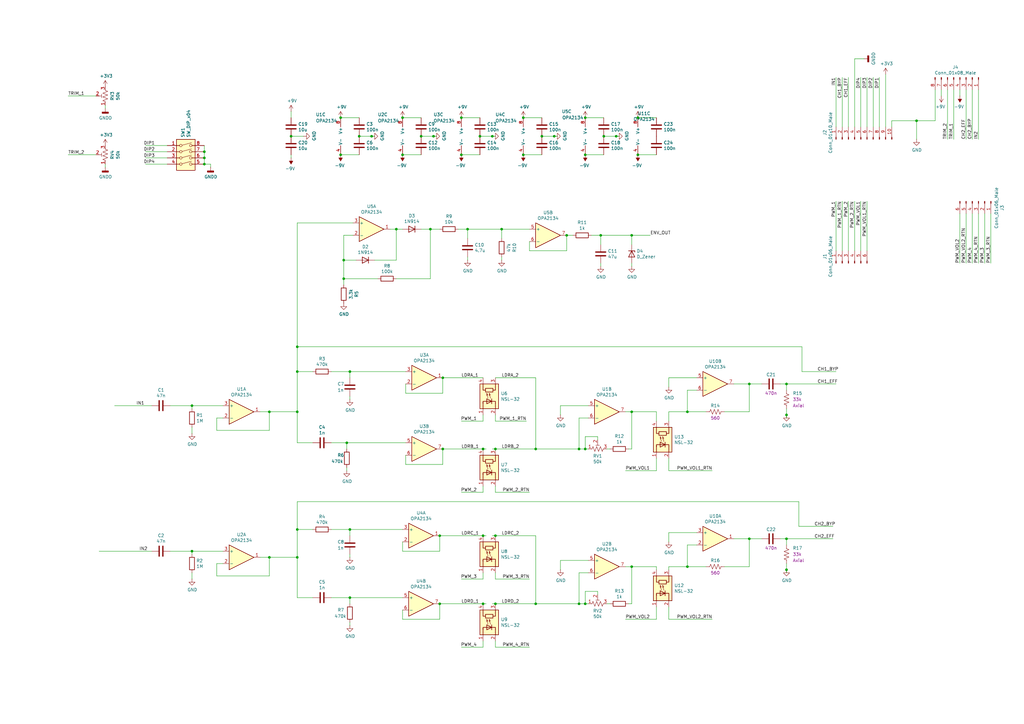
<source format=kicad_sch>
(kicad_sch (version 20250114) (generator "eeschema") (generator_version "9.0")
  (paper "A3")
  (junction (at 240.03 63.5))
  (junction (at 78.74 166.37))
  (junction (at 152.4 55.88))
  (junction (at 222.25 55.88))
  (junction (at 177.8 55.88))
  (junction (at 203.2 219.71))
  (junction (at 205.74 93.98))
  (junction (at 142.24 181.61))
  (junction (at 78.74 226.06))
  (junction (at 176.53 93.98))
  (junction (at 147.32 55.88))
  (junction (at 322.58 233.68))
  (junction (at 259.08 96.52))
  (junction (at 139.7 48.26))
  (junction (at 322.58 220.98))
  (junction (at 140.97 106.68))
  (junction (at 121.92 168.91))
  (junction (at 240.03 48.26))
  (junction (at 259.08 232.41))
  (junction (at 240.03 247.65))
  (junction (at 219.71 184.15))
  (junction (at 196.85 55.88))
  (junction (at 83.82 62.23))
  (junction (at 180.34 247.65))
  (junction (at 165.1 63.5))
  (junction (at 198.12 247.65))
  (junction (at 307.34 157.48))
  (junction (at 261.62 63.5))
  (junction (at 281.94 232.41))
  (junction (at 143.51 152.4))
  (junction (at 203.2 184.15))
  (junction (at 232.41 96.52))
  (junction (at 219.71 247.65))
  (junction (at 83.82 64.77))
  (junction (at 240.03 184.15))
  (junction (at 140.97 114.3))
  (junction (at 237.49 184.15))
  (junction (at 189.23 63.5))
  (junction (at 307.34 220.98))
  (junction (at 172.72 55.88))
  (junction (at 201.93 55.88))
  (junction (at 189.23 48.26))
  (junction (at 322.58 157.48))
  (junction (at 181.61 154.94))
  (junction (at 162.56 93.98))
  (junction (at 139.7 63.5))
  (junction (at 259.08 168.91))
  (junction (at 121.92 142.24))
  (junction (at 252.73 55.88))
  (junction (at 110.49 228.6))
  (junction (at 121.92 217.17))
  (junction (at 375.92 49.53))
  (junction (at 246.38 96.52))
  (junction (at 322.58 170.18))
  (junction (at 214.63 63.5))
  (junction (at 281.94 168.91))
  (junction (at 165.1 48.26))
  (junction (at 198.12 184.15))
  (junction (at 121.92 152.4))
  (junction (at 180.34 219.71))
  (junction (at 143.51 245.11))
  (junction (at 203.2 247.65))
  (junction (at 227.33 55.88))
  (junction (at 119.38 55.88))
  (junction (at 83.82 67.31))
  (junction (at 198.12 219.71))
  (junction (at 261.62 48.26))
  (junction (at 143.51 217.17))
  (junction (at 191.77 93.98))
  (junction (at 247.65 55.88))
  (junction (at 181.61 184.15))
  (junction (at 121.92 228.6))
  (junction (at 214.63 48.26))
  (junction (at 110.49 168.91))
  (junction (at 237.49 247.65))
  (wire (pts (xy 345.44 31.75) (xy 345.44 52.07)))
  (wire (pts (xy 166.37 190.5) (xy 181.61 190.5)))
  (wire (pts (xy 285.75 154.94) (xy 274.32 154.94)))
  (wire (pts (xy 146.05 106.68) (xy 140.97 106.68)))
  (wire (pts (xy 121.92 217.17) (xy 121.92 228.6)))
  (wire (pts (xy 241.3 171.45) (xy 237.49 171.45)))
  (wire (pts (xy 43.18 44.45) (xy 43.18 43.18)))
  (wire (pts (xy 401.32 107.95) (xy 401.32 87.63)))
  (wire (pts (xy 181.61 190.5) (xy 181.61 184.15)))
  (wire (pts (xy 322.58 157.48) (xy 322.58 160.02)))
  (wire (pts (xy 142.24 184.15) (xy 142.24 181.61)))
  (wire (pts (xy 43.18 68.58) (xy 43.18 67.31)))
  (wire (pts (xy 256.54 193.04) (xy 269.24 193.04)))
  (wire (pts (xy 86.36 68.58) (xy 86.36 67.31)))
  (wire (pts (xy 27.94 63.5) (xy 39.37 63.5)))
  (wire (pts (xy 347.98 31.75) (xy 347.98 52.07)))
  (wire (pts (xy 196.85 48.26) (xy 189.23 48.26)))
  (wire (pts (xy 219.71 184.15) (xy 237.49 184.15)))
  (wire (pts (xy 215.9 172.72) (xy 203.2 172.72)))
  (wire (pts (xy 152.4 55.88) (xy 147.32 55.88)))
  (wire (pts (xy 246.38 109.22) (xy 246.38 107.95)))
  (wire (pts (xy 143.51 219.71) (xy 143.51 217.17)))
  (wire (pts (xy 297.18 168.91) (xy 307.34 168.91)))
  (wire (pts (xy 189.23 237.49) (xy 198.12 237.49)))
  (wire (pts (xy 106.68 168.91) (xy 110.49 168.91)))
  (wire (pts (xy 78.74 237.49) (xy 78.74 234.95)))
  (wire (pts (xy 269.24 172.72) (xy 269.24 168.91)))
  (wire (pts (xy 322.58 157.48) (xy 342.9 157.48)))
  (wire (pts (xy 240.03 242.57) (xy 240.03 247.65)))
  (wire (pts (xy 153.67 55.88) (xy 152.4 55.88)))
  (wire (pts (xy 269.24 254) (xy 269.24 248.92)))
  (wire (pts (xy 358.14 52.07) (xy 358.14 31.75)))
  (wire (pts (xy 396.24 57.15) (xy 396.24 36.83)))
  (wire (pts (xy 88.9 176.53) (xy 110.49 176.53)))
  (wire (pts (xy 241.3 229.87) (xy 229.87 229.87)))
  (wire (pts (xy 198.12 201.93) (xy 198.12 199.39)))
  (wire (pts (xy 322.58 231.14) (xy 322.58 233.68)))
  (wire (pts (xy 240.03 247.65) (xy 241.3 247.65)))
  (wire (pts (xy 229.87 229.87) (xy 229.87 233.68)))
  (wire (pts (xy 257.81 247.65) (xy 259.08 247.65)))
  (wire (pts (xy 269.24 233.68) (xy 269.24 232.41)))
  (wire (pts (xy 83.82 67.31) (xy 83.82 64.77)))
  (wire (pts (xy 247.65 48.26) (xy 240.03 48.26)))
  (wire (pts (xy 198.12 219.71) (xy 199.39 219.71)))
  (wire (pts (xy 393.7 36.83) (xy 393.7 39.37)))
  (wire (pts (xy 143.51 245.11) (xy 165.1 245.11)))
  (wire (pts (xy 219.71 247.65) (xy 237.49 247.65)))
  (wire (pts (xy 121.92 228.6) (xy 121.92 245.11)))
  (wire (pts (xy 285.75 218.44) (xy 274.32 218.44)))
  (wire (pts (xy 217.17 102.87) (xy 232.41 102.87)))
  (wire (pts (xy 406.4 107.95) (xy 406.4 87.63)))
  (wire (pts (xy 196.85 63.5) (xy 189.23 63.5)))
  (wire (pts (xy 78.74 167.64) (xy 78.74 166.37)))
  (wire (pts (xy 78.74 227.33) (xy 78.74 226.06)))
  (wire (pts (xy 119.38 48.26) (xy 119.38 45.72)))
  (wire (pts (xy 245.11 242.57) (xy 240.03 242.57)))
  (wire (pts (xy 269.24 63.5) (xy 261.62 63.5)))
  (wire (pts (xy 154.94 114.3) (xy 140.97 114.3)))
  (wire (pts (xy 165.1 226.06) (xy 180.34 226.06)))
  (wire (pts (xy 191.77 106.68) (xy 191.77 105.41)))
  (wire (pts (xy 266.7 96.52) (xy 259.08 96.52)))
  (wire (pts (xy 203.2 199.39) (xy 203.2 201.93)))
  (wire (pts (xy 232.41 102.87) (xy 232.41 96.52)))
  (wire (pts (xy 140.97 114.3) (xy 140.97 116.84)))
  (wire (pts (xy 350.52 82.55) (xy 350.52 102.87)))
  (wire (pts (xy 274.32 218.44) (xy 274.32 222.25)))
  (wire (pts (xy 269.24 193.04) (xy 269.24 187.96)))
  (wire (pts (xy 68.58 67.31) (xy 59.69 67.31)))
  (wire (pts (xy 248.92 247.65) (xy 250.19 247.65)))
  (wire (pts (xy 143.51 217.17) (xy 165.1 217.17)))
  (wire (pts (xy 307.34 220.98) (xy 312.42 220.98)))
  (wire (pts (xy 68.58 62.23) (xy 59.69 62.23)))
  (wire (pts (xy 252.73 55.88) (xy 247.65 55.88)))
  (wire (pts (xy 121.92 168.91) (xy 121.92 181.61)))
  (wire (pts (xy 274.32 172.72) (xy 274.32 168.91)))
  (wire (pts (xy 240.03 184.15) (xy 241.3 184.15)))
  (wire (pts (xy 269.24 232.41) (xy 259.08 232.41)))
  (wire (pts (xy 241.3 166.37) (xy 229.87 166.37)))
  (wire (pts (xy 121.92 245.11) (xy 128.27 245.11)))
  (wire (pts (xy 240.03 247.65) (xy 237.49 247.65)))
  (wire (pts (xy 83.82 64.77) (xy 83.82 62.23)))
  (wire (pts (xy 240.03 184.15) (xy 237.49 184.15)))
  (wire (pts (xy 300.99 157.48) (xy 307.34 157.48)))
  (wire (pts (xy 27.94 39.37) (xy 39.37 39.37)))
  (wire (pts (xy 353.06 82.55) (xy 353.06 102.87)))
  (wire (pts (xy 219.71 154.94) (xy 219.71 184.15)))
  (wire (pts (xy 176.53 93.98) (xy 172.72 93.98)))
  (wire (pts (xy 172.72 63.5) (xy 165.1 63.5)))
  (wire (pts (xy 165.1 250.19) (xy 165.1 254)))
  (wire (pts (xy 297.18 232.41) (xy 307.34 232.41)))
  (wire (pts (xy 274.32 254) (xy 292.1 254)))
  (wire (pts (xy 360.68 52.07) (xy 360.68 31.75)))
  (wire (pts (xy 393.7 107.95) (xy 393.7 87.63)))
  (wire (pts (xy 247.65 63.5) (xy 240.03 63.5)))
  (wire (pts (xy 201.93 219.71) (xy 203.2 219.71)))
  (wire (pts (xy 342.9 82.55) (xy 342.9 102.87)))
  (wire (pts (xy 160.02 93.98) (xy 162.56 93.98)))
  (wire (pts (xy 285.75 160.02) (xy 281.94 160.02)))
  (wire (pts (xy 110.49 236.22) (xy 110.49 228.6)))
  (wire (pts (xy 274.32 168.91) (xy 281.94 168.91)))
  (wire (pts (xy 320.04 157.48) (xy 322.58 157.48)))
  (wire (pts (xy 240.03 179.07) (xy 240.03 184.15)))
  (wire (pts (xy 350.52 52.07) (xy 350.52 24.13)))
  (wire (pts (xy 386.08 36.83) (xy 386.08 39.37)))
  (wire (pts (xy 180.34 219.71) (xy 198.12 219.71)))
  (wire (pts (xy 198.12 265.43) (xy 198.12 262.89)))
  (wire (pts (xy 203.2 265.43) (xy 217.17 265.43)))
  (wire (pts (xy 205.74 93.98) (xy 191.77 93.98)))
  (wire (pts (xy 198.12 172.72) (xy 198.12 170.18)))
  (wire (pts (xy 281.94 232.41) (xy 289.56 232.41)))
  (wire (pts (xy 189.23 201.93) (xy 198.12 201.93)))
  (wire (pts (xy 241.3 234.95) (xy 237.49 234.95)))
  (wire (pts (xy 143.51 228.6) (xy 143.51 227.33)))
  (wire (pts (xy 281.94 168.91) (xy 289.56 168.91)))
  (wire (pts (xy 242.57 96.52) (xy 246.38 96.52)))
  (wire (pts (xy 198.12 237.49) (xy 198.12 234.95)))
  (wire (pts (xy 135.89 181.61) (xy 142.24 181.61)))
  (wire (pts (xy 166.37 161.29) (xy 181.61 161.29)))
  (wire (pts (xy 135.89 152.4) (xy 143.51 152.4)))
  (wire (pts (xy 203.2 55.88) (xy 201.93 55.88)))
  (wire (pts (xy 403.86 87.63) (xy 403.86 107.95)))
  (wire (pts (xy 327.66 205.74) (xy 327.66 215.9)))
  (wire (pts (xy 203.2 247.65) (xy 219.71 247.65)))
  (wire (pts (xy 228.6 55.88) (xy 227.33 55.88)))
  (wire (pts (xy 222.25 48.26) (xy 214.63 48.26)))
  (wire (pts (xy 345.44 102.87) (xy 345.44 82.55)))
  (wire (pts (xy 46.99 166.37) (xy 62.23 166.37)))
  (wire (pts (xy 201.93 184.15) (xy 203.2 184.15)))
  (wire (pts (xy 110.49 168.91) (xy 121.92 168.91)))
  (wire (pts (xy 181.61 161.29) (xy 181.61 154.94)))
  (wire (pts (xy 307.34 157.48) (xy 307.34 168.91)))
  (wire (pts (xy 205.74 105.41) (xy 205.74 106.68)))
  (wire (pts (xy 203.2 172.72) (xy 203.2 170.18)))
  (wire (pts (xy 248.92 184.15) (xy 250.19 184.15)))
  (wire (pts (xy 363.22 30.48) (xy 363.22 52.07)))
  (wire (pts (xy 142.24 181.61) (xy 166.37 181.61)))
  (wire (pts (xy 203.2 234.95) (xy 203.2 237.49)))
  (wire (pts (xy 128.27 152.4) (xy 121.92 152.4)))
  (wire (pts (xy 245.11 179.07) (xy 240.03 179.07)))
  (wire (pts (xy 269.24 48.26) (xy 261.62 48.26)))
  (wire (pts (xy 201.93 55.88) (xy 196.85 55.88)))
  (wire (pts (xy 222.25 63.5) (xy 214.63 63.5)))
  (wire (pts (xy 281.94 223.52) (xy 281.94 232.41)))
  (wire (pts (xy 307.34 220.98) (xy 307.34 232.41)))
  (wire (pts (xy 322.58 234.95) (xy 322.58 233.68)))
  (wire (pts (xy 162.56 114.3) (xy 176.53 114.3)))
  (wire (pts (xy 40.64 226.06) (xy 62.23 226.06)))
  (wire (pts (xy 78.74 226.06) (xy 91.44 226.06)))
  (wire (pts (xy 320.04 220.98) (xy 322.58 220.98)))
  (wire (pts (xy 398.78 36.83) (xy 398.78 57.15)))
  (wire (pts (xy 396.24 87.63) (xy 396.24 107.95)))
  (wire (pts (xy 143.51 163.83) (xy 143.51 162.56)))
  (wire (pts (xy 68.58 59.69) (xy 59.69 59.69)))
  (wire (pts (xy 375.92 57.15) (xy 375.92 49.53)))
  (wire (pts (xy 143.51 256.54) (xy 143.51 255.27)))
  (wire (pts (xy 166.37 157.48) (xy 166.37 161.29)))
  (wire (pts (xy 342.9 31.75) (xy 342.9 52.07)))
  (wire (pts (xy 177.8 55.88) (xy 172.72 55.88)))
  (wire (pts (xy 143.51 154.94) (xy 143.51 152.4)))
  (wire (pts (xy 144.78 96.52) (xy 140.97 96.52)))
  (wire (pts (xy 355.6 52.07) (xy 355.6 31.75)))
  (wire (pts (xy 322.58 171.45) (xy 322.58 170.18)))
  (wire (pts (xy 88.9 236.22) (xy 110.49 236.22)))
  (wire (pts (xy 180.34 93.98) (xy 176.53 93.98)))
  (wire (pts (xy 78.74 226.06) (xy 69.85 226.06)))
  (wire (pts (xy 166.37 152.4) (xy 143.51 152.4)))
  (wire (pts (xy 179.07 55.88) (xy 177.8 55.88)))
  (wire (pts (xy 110.49 228.6) (xy 121.92 228.6)))
  (wire (pts (xy 401.32 57.15) (xy 401.32 36.83)))
  (wire (pts (xy 203.2 184.15) (xy 219.71 184.15)))
  (wire (pts (xy 91.44 231.14) (xy 88.9 231.14)))
  (wire (pts (xy 119.38 63.5) (xy 119.38 64.77)))
  (wire (pts (xy 274.32 193.04) (xy 292.1 193.04)))
  (wire (pts (xy 341.63 220.98) (xy 322.58 220.98)))
  (wire (pts (xy 78.74 166.37) (xy 69.85 166.37)))
  (wire (pts (xy 350.52 24.13) (xy 354.33 24.13)))
  (wire (pts (xy 245.11 243.84) (xy 245.11 242.57)))
  (wire (pts (xy 237.49 234.95) (xy 237.49 247.65)))
  (wire (pts (xy 91.44 171.45) (xy 88.9 171.45)))
  (wire (pts (xy 281.94 160.02) (xy 281.94 168.91)))
  (wire (pts (xy 300.99 220.98) (xy 307.34 220.98)))
  (wire (pts (xy 203.2 265.43) (xy 203.2 262.89)))
  (wire (pts (xy 269.24 168.91) (xy 259.08 168.91)))
  (wire (pts (xy 121.92 91.44) (xy 121.92 142.24)))
  (wire (pts (xy 147.32 63.5) (xy 139.7 63.5)))
  (wire (pts (xy 217.17 99.06) (xy 217.17 102.87)))
  (wire (pts (xy 201.93 247.65) (xy 203.2 247.65)))
  (wire (pts (xy 124.46 55.88) (xy 119.38 55.88)))
  (wire (pts (xy 353.06 31.75) (xy 353.06 52.07)))
  (wire (pts (xy 143.51 247.65) (xy 143.51 245.11)))
  (wire (pts (xy 256.54 254) (xy 269.24 254)))
  (wire (pts (xy 180.34 247.65) (xy 198.12 247.65)))
  (wire (pts (xy 176.53 114.3) (xy 176.53 93.98)))
  (wire (pts (xy 83.82 62.23) (xy 83.82 59.69)))
  (wire (pts (xy 181.61 154.94) (xy 198.12 154.94)))
  (wire (pts (xy 375.92 49.53) (xy 365.76 49.53)))
  (wire (pts (xy 68.58 64.77) (xy 59.69 64.77)))
  (wire (pts (xy 259.08 107.95) (xy 259.08 109.22)))
  (wire (pts (xy 327.66 215.9) (xy 341.63 215.9)))
  (wire (pts (xy 166.37 186.69) (xy 166.37 190.5)))
  (wire (pts (xy 259.08 168.91) (xy 256.54 168.91)))
  (wire (pts (xy 140.97 96.52) (xy 140.97 106.68)))
  (wire (pts (xy 86.36 67.31) (xy 83.82 67.31)))
  (wire (pts (xy 189.23 265.43) (xy 198.12 265.43)))
  (wire (pts (xy 78.74 166.37) (xy 91.44 166.37)))
  (wire (pts (xy 245.11 180.34) (xy 245.11 179.07)))
  (wire (pts (xy 121.92 181.61) (xy 128.27 181.61)))
  (wire (pts (xy 180.34 226.06) (xy 180.34 219.71)))
  (wire (pts (xy 328.93 142.24) (xy 328.93 152.4)))
  (wire (pts (xy 383.54 49.53) (xy 383.54 36.83)))
  (wire (pts (xy 203.2 237.49) (xy 217.17 237.49)))
  (wire (pts (xy 322.58 167.64) (xy 322.58 170.18)))
  (wire (pts (xy 121.92 91.44) (xy 144.78 91.44)))
  (wire (pts (xy 121.92 205.74) (xy 121.92 217.17)))
  (wire (pts (xy 274.32 233.68) (xy 274.32 232.41)))
  (wire (pts (xy 229.87 166.37) (xy 229.87 170.18)))
  (wire (pts (xy 259.08 96.52) (xy 246.38 96.52)))
  (wire (pts (xy 246.38 100.33) (xy 246.38 96.52)))
  (wire (pts (xy 203.2 201.93) (xy 217.17 201.93)))
  (wire (pts (xy 88.9 171.45) (xy 88.9 176.53)))
  (wire (pts (xy 259.08 232.41) (xy 259.08 247.65)))
  (wire (pts (xy 328.93 152.4) (xy 342.9 152.4)))
  (wire (pts (xy 198.12 184.15) (xy 199.39 184.15)))
  (wire (pts (xy 274.32 154.94) (xy 274.32 158.75)))
  (wire (pts (xy 128.27 217.17) (xy 121.92 217.17)))
  (wire (pts (xy 110.49 228.6) (xy 106.68 228.6)))
  (wire (pts (xy 355.6 82.55) (xy 355.6 102.87)))
  (wire (pts (xy 391.16 36.83) (xy 391.16 57.15)))
  (wire (pts (xy 219.71 219.71) (xy 219.71 247.65)))
  (wire (pts (xy 274.32 232.41) (xy 281.94 232.41)))
  (wire (pts (xy 198.12 247.65) (xy 199.39 247.65)))
  (wire (pts (xy 274.32 193.04) (xy 274.32 187.96)))
  (wire (pts (xy 274.32 254) (xy 274.32 248.92)))
  (wire (pts (xy 172.72 48.26) (xy 165.1 48.26)))
  (wire (pts (xy 203.2 154.94) (xy 219.71 154.94)))
  (wire (pts (xy 234.95 96.52) (xy 232.41 96.52)))
  (wire (pts (xy 78.74 177.8) (xy 78.74 175.26)))
  (wire (pts (xy 322.58 220.98) (xy 322.58 223.52)))
  (wire (pts (xy 307.34 157.48) (xy 312.42 157.48)))
  (wire (pts (xy 205.74 97.79) (xy 205.74 93.98)))
  (wire (pts (xy 257.81 184.15) (xy 259.08 184.15)))
  (wire (pts (xy 153.67 106.68) (xy 162.56 106.68)))
  (wire (pts (xy 237.49 171.45) (xy 237.49 184.15)))
  (wire (pts (xy 365.76 49.53) (xy 365.76 52.07)))
  (wire (pts (xy 227.33 55.88) (xy 222.25 55.88)))
  (wire (pts (xy 121.92 152.4) (xy 121.92 168.91)))
  (wire (pts (xy 254 55.88) (xy 252.73 55.88)))
  (wire (pts (xy 110.49 176.53) (xy 110.49 168.91)))
  (wire (pts (xy 165.1 254) (xy 180.34 254)))
  (wire (pts (xy 203.2 219.71) (xy 219.71 219.71)))
  (wire (pts (xy 259.08 232.41) (xy 256.54 232.41)))
  (wire (pts (xy 162.56 106.68) (xy 162.56 93.98)))
  (wire (pts (xy 347.98 82.55) (xy 347.98 102.87)))
  (wire (pts (xy 135.89 245.11) (xy 143.51 245.11)))
  (wire (pts (xy 189.23 172.72) (xy 198.12 172.72)))
  (wire (pts (xy 187.96 93.98) (xy 191.77 93.98)))
  (wire (pts (xy 259.08 168.91) (xy 259.08 184.15)))
  (wire (pts (xy 191.77 97.79) (xy 191.77 93.98)))
  (wire (pts (xy 259.08 100.33) (xy 259.08 96.52)))
  (wire (pts (xy 165.1 222.25) (xy 165.1 226.06)))
  (wire (pts (xy 180.34 254) (xy 180.34 247.65)))
  (wire (pts (xy 285.75 223.52) (xy 281.94 223.52)))
  (wire (pts (xy 147.32 48.26) (xy 139.7 48.26)))
  (wire (pts (xy 181.61 184.15) (xy 198.12 184.15)))
  (wire (pts (xy 398.78 87.63) (xy 398.78 107.95)))
  (wire (pts (xy 121.92 205.74) (xy 327.66 205.74)))
  (wire (pts (xy 121.92 142.24) (xy 328.93 142.24)))
  (wire (pts (xy 135.89 217.17) (xy 143.51 217.17)))
  (wire (pts (xy 165.1 93.98) (xy 162.56 93.98)))
  (wire (pts (xy 88.9 231.14) (xy 88.9 236.22)))
  (wire (pts (xy 388.62 36.83) (xy 388.62 57.15)))
  (wire (pts (xy 121.92 142.24) (xy 121.92 152.4)))
  (wire (pts (xy 140.97 114.3) (xy 140.97 106.68)))
  (wire (pts (xy 142.24 193.04) (xy 142.24 191.77)))
  (wire (pts (xy 217.17 93.98) (xy 205.74 93.98)))
  (wire (pts (xy 383.54 49.53) (xy 375.92 49.53)))
  (label "PWM_VOL2_RTN" (at 292.1 254 180))
  (label "PWM_3" (at 403.86 107.95 90))
  (label "TRIM_2" (at 27.94 63.5 0))
  (label "LDRD_1" (at 189.23 247.65 0))
  (label "PWM_VOL1_RTN" (at 292.1 193.04 180))
  (label "IN2" (at 57.15 226.06 0))
  (label "CH1_EFF" (at 335.28 157.48 0))
  (label "PWM_4" (at 398.78 107.95 90))
  (label "PWM_1_RTN" (at 345.44 82.55 270))
  (label "LDRA_1" (at 189.23 154.94 0))
  (label "PWM_VOL1" (at 256.54 193.04 0))
  (label "DIP1" (at 360.68 31.75 270))
  (label "PWM_VOL2" (at 393.7 107.95 90))
  (label "IN1" (at 55.88 166.37 0))
  (label "CH1_BYP" (at 335.28 152.4 0))
  (label "ENV_OUT" (at 266.7 96.52 0))
  (label "LDRA_2" (at 205.74 154.94 0))
  (label "PWM_VOL1" (at 353.06 82.55 270))
  (label "PWM_3" (at 195.58 237.49 180))
  (label "LDRB_2" (at 205.74 184.15 0))
  (label "TRIM_1" (at 27.94 39.37 0))
  (label "PWM_2" (at 195.58 201.93 180))
  (label "TRIM_1" (at 391.16 57.15 90))
  (label "LDRB_1" (at 189.23 184.15 0))
  (label "CH1_EFF" (at 347.98 31.75 270))
  (label "TRIM_2" (at 388.62 57.15 90))
  (label "DIP3" (at 355.6 31.75 270))
  (label "CH1_BYP" (at 345.44 31.75 270))
  (label "CH2_EFF" (at 396.24 57.15 90))
  (label "PWM_2_RTN" (at 350.52 82.55 270))
  (label "DIP2" (at 63.5 62.23 180))
  (label "DIP1" (at 63.5 59.69 180))
  (label "DIP4" (at 63.5 67.31 180))
  (label "PWM_3_RTN" (at 217.17 237.49 180))
  (label "PWM_VOL2_RTN" (at 396.24 107.95 90))
  (label "PWM_VOL2" (at 256.54 254 0))
  (label "PWM_2_RTN" (at 217.17 201.93 180))
  (label "CH2_EFF" (at 334.01 220.98 0))
  (label "IN2" (at 401.32 57.15 90))
  (label "LDRD_2" (at 205.74 247.65 0))
  (label "LDRC_2" (at 205.74 219.71 0))
  (label "DIP3" (at 63.5 64.77 180))
  (label "CH2_BYP" (at 398.78 57.15 90))
  (label "PWM_4" (at 195.58 265.43 180))
  (label "LDRC_1" (at 189.23 219.71 0))
  (label "PWM_4_RTN" (at 401.32 107.95 90))
  (label "PWM_VOL1_RTN" (at 355.6 82.55 270))
  (label "IN1" (at 342.9 31.75 270))
  (label "DIP4" (at 353.06 31.75 270))
  (label "CH2_BYP" (at 334.01 215.9 0))
  (label "PWM_4_RTN" (at 217.17 265.43 180))
  (label "PWM_1_RTN" (at 215.9 172.72 180))
  (label "PWM_2" (at 347.98 82.55 270))
  (label "DIP2" (at 358.14 31.75 270))
  (label "PWM_3_RTN" (at 406.4 107.95 90))
  (label "PWM_1" (at 342.9 82.55 270))
  (label "PWM_1" (at 195.58 172.72 180))
  (symbol (lib_id "Amplifier_Operational:OPA2134") (at 99.06 168.91 0) (unit 1)
    (property "Reference" "U1" (at 99.06 159.5882 0))
    (property "Value" "OPA2134" (at 99.06 161.8996 0))
    (property "Footprint" "Package_DIP:DIP-8_W7.62mm" (effects (hide yes)))
    (property "Datasheet" "http://www.ti.com/lit/ds/symlink/opa134.pdf" (effects (hide yes)))
  )
  (symbol (lib_id "Amplifier_Operational:OPA2134") (at 173.99 154.94 0) (unit 1)
    (property "Reference" "U3" (at 173.99 145.6182 0))
    (property "Value" "OPA2134" (at 173.99 147.9296 0))
    (property "Footprint" "Package_DIP:DIP-8_W7.62mm" (effects (hide yes)))
    (property "Datasheet" "http://www.ti.com/lit/ds/symlink/opa134.pdf" (effects (hide yes)))
  )
  (symbol (lib_id "Amplifier_Operational:OPA2134") (at 142.24 55.88 0) (unit 3)
    (property "Reference" "U1" (at 129.54 46.99 0) (effects (justify left)))
    (property "Value" "OPA2134" (at 129.54 49.53 0) (effects (justify left)))
    (property "Footprint" "Package_DIP:DIP-8_W7.62mm" (effects (hide yes)))
    (property "Datasheet" "http://www.ti.com/lit/ds/symlink/opa134.pdf" (effects (hide yes)))
  )
  (symbol (lib_id "power:+9V") (at 139.7 48.26 0) (unit 1)
    (property "Reference" "#PWR012" (effects (hide yes)))
    (property "Value" "+9V" (at 140.081 43.8658 0))
  )
  (symbol (lib_id "power:-9V") (at 139.7 63.5 180) (unit 1)
    (property "Reference" "#PWR013" (effects (hide yes)))
    (property "Value" "-9V" (at 139.319 67.8942 0))
  )
  (symbol (lib_id "Amplifier_Operational:OPA2134") (at 167.64 55.88 0) (unit 3)
    (property "Reference" "U2" (at 154.94 46.99 0) (effects (justify left)))
    (property "Value" "OPA2134" (at 154.94 49.53 0) (effects (justify left)))
    (property "Footprint" "Package_DIP:DIP-8_W7.62mm" (effects (hide yes)))
    (property "Datasheet" "http://www.ti.com/lit/ds/symlink/opa134.pdf" (effects (hide yes)))
  )
  (symbol (lib_id "power:+9V") (at 165.1 48.26 0) (unit 1)
    (property "Reference" "#PWR015" (effects (hide yes)))
    (property "Value" "+9V" (at 165.481 43.8658 0))
  )
  (symbol (lib_id "power:-9V") (at 165.1 63.5 180) (unit 1)
    (property "Reference" "#PWR016" (effects (hide yes)))
    (property "Value" "-9V" (at 164.719 67.8942 0))
  )
  (symbol (lib_id "Amplifier_Operational:OPA2134") (at 191.77 55.88 0) (unit 3)
    (property "Reference" "U3" (at 177.8 46.99 0) (effects (justify left)))
    (property "Value" "OPA2134" (at 177.8 49.53 0) (effects (justify left)))
    (property "Footprint" "Package_DIP:DIP-8_W7.62mm" (effects (hide yes)))
    (property "Datasheet" "http://www.ti.com/lit/ds/symlink/opa134.pdf" (effects (hide yes)))
  )
  (symbol (lib_id "power:+9V") (at 189.23 48.26 0) (unit 1)
    (property "Reference" "#PWR018" (effects (hide yes)))
    (property "Value" "+9V" (at 189.611 43.8658 0))
  )
  (symbol (lib_id "power:-9V") (at 189.23 63.5 180) (unit 1)
    (property "Reference" "#PWR019" (effects (hide yes)))
    (property "Value" "-9V" (at 188.849 67.8942 0))
  )
  (symbol (lib_id "Amplifier_Operational:OPA2134") (at 217.17 55.88 0) (unit 3)
    (property "Reference" "U4" (at 203.2 46.99 0) (effects (justify left)))
    (property "Value" "OPA2134" (at 203.2 49.53 0) (effects (justify left)))
    (property "Footprint" "Package_DIP:DIP-8_W7.62mm" (effects (hide yes)))
    (property "Datasheet" "http://www.ti.com/lit/ds/symlink/opa134.pdf" (effects (hide yes)))
  )
  (symbol (lib_id "power:+9V") (at 214.63 48.26 0) (unit 1)
    (property "Reference" "#PWR022" (effects (hide yes)))
    (property "Value" "+9V" (at 215.011 43.8658 0))
  )
  (symbol (lib_id "power:-9V") (at 214.63 63.5 180) (unit 1)
    (property "Reference" "#PWR023" (effects (hide yes)))
    (property "Value" "-9V" (at 214.249 67.8942 0))
  )
  (symbol (lib_id "Device:R") (at 78.74 171.45 180) (unit 1)
    (property "Reference" "R1" (at 80.518 170.2816 0) (effects (justify right)))
    (property "Value" "1M" (at 80.518 172.593 0) (effects (justify right)))
    (property "Footprint" "Resistor_THT:R_Axial_DIN0207_L6.3mm_D2.5mm_P7.62mm_Horizontal" (effects (hide yes)))
  )
  (symbol (lib_id "Device:C") (at 66.04 166.37 270) (unit 1)
    (property "Reference" "C1" (at 66.04 159.9692 90))
    (property "Value" "47n" (at 66.04 162.2806 90))
    (property "Footprint" "Capacitor_THT:C_Rect_L7.2mm_W4.5mm_P5.00mm_FKS2_FKP2_MKS2_MKP2" (effects (hide yes)))
  )
  (symbol (lib_id "Amplifier_Operational:OPA2134") (at 99.06 228.6 0) (unit 1)
    (property "Reference" "U2" (at 99.06 219.2782 0))
    (property "Value" "OPA2134" (at 99.06 221.5896 0))
    (property "Footprint" "Package_DIP:DIP-8_W7.62mm" (effects (hide yes)))
    (property "Datasheet" "http://www.ti.com/lit/ds/symlink/opa134.pdf" (effects (hide yes)))
  )
  (symbol (lib_id "Device:R") (at 78.74 231.14 180) (unit 1)
    (property "Reference" "R2" (at 80.518 229.9716 0) (effects (justify right)))
    (property "Value" "1M" (at 80.518 232.283 0) (effects (justify right)))
    (property "Footprint" "Resistor_THT:R_Axial_DIN0207_L6.3mm_D2.5mm_P7.62mm_Horizontal" (effects (hide yes)))
  )
  (symbol (lib_id "Device:C") (at 66.04 226.06 270) (unit 1)
    (property "Reference" "C2" (at 66.04 219.6592 90))
    (property "Value" "47n" (at 66.04 221.9706 90))
    (property "Footprint" "Capacitor_THT:C_Rect_L7.2mm_W4.5mm_P5.00mm_FKS2_FKP2_MKS2_MKP2" (effects (hide yes)))
  )
  (symbol (lib_id "Device:R") (at 142.24 187.96 180) (unit 1)
    (property "Reference" "R6" (at 138.43 186.69 0) (effects (justify right)))
    (property "Value" "470k" (at 135.89 189.23 0) (effects (justify right)))
    (property "Footprint" "Resistor_THT:R_Axial_DIN0207_L6.3mm_D2.5mm_P7.62mm_Horizontal" (effects (hide yes)))
  )
  (symbol (lib_id "Device:C") (at 132.08 181.61 270) (unit 1)
    (property "Reference" "C4" (at 132.08 175.2092 90))
    (property "Value" "1n" (at 132.08 177.5206 90))
    (property "Footprint" "Capacitor_THT:C_Rect_L7.2mm_W4.5mm_P5.00mm_FKS2_FKP2_MKS2_MKP2" (effects (hide yes)))
  )
  (symbol (lib_id "Device:R") (at 132.08 152.4 90) (unit 1)
    (property "Reference" "R3" (at 132.08 147.1422 90))
    (property "Value" "470k" (at 132.08 149.4536 90))
    (property "Footprint" "Resistor_THT:R_Axial_DIN0207_L6.3mm_D2.5mm_P7.62mm_Horizontal" (effects (hide yes)))
  )
  (symbol (lib_id "Device:C") (at 143.51 158.75 180) (unit 1)
    (property "Reference" "C7" (at 138.43 157.48 0) (effects (justify right)))
    (property "Value" "1n" (at 138.43 160.02 0) (effects (justify right)))
    (property "Footprint" "Capacitor_THT:C_Rect_L7.2mm_W4.5mm_P5.00mm_FKS2_FKP2_MKS2_MKP2" (effects (hide yes)))
  )
  (symbol (lib_id "power:GND") (at 142.24 193.04 0) (unit 1)
    (property "Reference" "#PWR08" (effects (hide yes)))
    (property "Value" "GND" (at 142.367 197.4342 0))
  )
  (symbol (lib_id "power:GND") (at 143.51 163.83 0) (unit 1)
    (property "Reference" "#PWR06" (effects (hide yes)))
    (property "Value" "GND" (at 143.637 168.2242 0))
  )
  (symbol (lib_id "Amplifier_Operational:OPA2134") (at 173.99 184.15 0) (unit 2)
    (property "Reference" "U3" (at 173.99 174.8282 0))
    (property "Value" "OPA2134" (at 173.99 177.1396 0))
    (property "Footprint" "Package_DIP:DIP-8_W7.62mm" (effects (hide yes)))
    (property "Datasheet" "http://www.ti.com/lit/ds/symlink/opa134.pdf" (effects (hide yes)))
  )
  (symbol (lib_id "Amplifier_Operational:OPA2134") (at 248.92 168.91 0) (unit 2)
    (property "Reference" "U1" (at 248.92 159.5882 0))
    (property "Value" "OPA2134" (at 248.92 161.8996 0))
    (property "Footprint" "Package_DIP:DIP-8_W7.62mm" (effects (hide yes)))
    (property "Datasheet" "http://www.ti.com/lit/ds/symlink/opa134.pdf" (effects (hide yes)))
  )
  (symbol (lib_id "power:GND") (at 229.87 170.18 0) (unit 1)
    (property "Reference" "#PWR020" (effects (hide yes)))
    (property "Value" "GND" (at 229.997 174.5742 0))
  )
  (symbol (lib_id "Device:R") (at 254 184.15 90) (unit 1)
    (property "Reference" "R12" (at 254 178.8922 90))
    (property "Value" "1k" (at 254 181.2036 90))
    (property "Footprint" "Resistor_THT:R_Axial_DIN0207_L6.3mm_D2.5mm_P7.62mm_Horizontal" (effects (hide yes)))
  )
  (symbol (lib_id "Amplifier_Operational:OPA2134") (at 172.72 219.71 0) (unit 1)
    (property "Reference" "U4" (at 172.72 210.3882 0))
    (property "Value" "OPA2134" (at 172.72 212.6996 0))
    (property "Footprint" "Package_DIP:DIP-8_W7.62mm" (effects (hide yes)))
    (property "Datasheet" "http://www.ti.com/lit/ds/symlink/opa134.pdf" (effects (hide yes)))
  )
  (symbol (lib_id "Device:R") (at 143.51 251.46 180) (unit 1)
    (property "Reference" "R7" (at 138.43 250.19 0) (effects (justify right)))
    (property "Value" "470k" (at 137.16 252.73 0) (effects (justify right)))
    (property "Footprint" "Resistor_THT:R_Axial_DIN0207_L6.3mm_D2.5mm_P7.62mm_Horizontal" (effects (hide yes)))
  )
  (symbol (lib_id "Device:C") (at 132.08 245.11 270) (unit 1)
    (property "Reference" "C5" (at 132.08 238.7092 90))
    (property "Value" "1n" (at 132.08 241.0206 90))
    (property "Footprint" "Capacitor_THT:C_Rect_L7.2mm_W4.5mm_P5.00mm_FKS2_FKP2_MKS2_MKP2" (effects (hide yes)))
  )
  (symbol (lib_id "Device:R") (at 132.08 217.17 90) (unit 1)
    (property "Reference" "R4" (at 132.08 211.9122 90))
    (property "Value" "470k" (at 132.08 214.2236 90))
    (property "Footprint" "Resistor_THT:R_Axial_DIN0207_L6.3mm_D2.5mm_P7.62mm_Horizontal" (effects (hide yes)))
  )
  (symbol (lib_id "Device:C") (at 143.51 223.52 180) (unit 1)
    (property "Reference" "C8" (at 138.43 222.25 0) (effects (justify right)))
    (property "Value" "1n" (at 138.43 224.79 0) (effects (justify right)))
    (property "Footprint" "Capacitor_THT:C_Rect_L7.2mm_W4.5mm_P5.00mm_FKS2_FKP2_MKS2_MKP2" (effects (hide yes)))
  )
  (symbol (lib_id "power:GND") (at 143.51 256.54 0) (unit 1)
    (property "Reference" "#PWR09" (effects (hide yes)))
    (property "Value" "GND" (at 143.637 260.9342 0))
  )
  (symbol (lib_id "Amplifier_Operational:OPA2134") (at 172.72 247.65 0) (unit 2)
    (property "Reference" "U4" (at 172.72 238.3282 0))
    (property "Value" "OPA2134" (at 172.72 240.6396 0))
    (property "Footprint" "Package_DIP:DIP-8_W7.62mm" (effects (hide yes)))
    (property "Datasheet" "http://www.ti.com/lit/ds/symlink/opa134.pdf" (effects (hide yes)))
  )
  (symbol (lib_id "Amplifier_Operational:OPA2134") (at 248.92 232.41 0) (unit 2)
    (property "Reference" "U2" (at 248.92 223.0882 0))
    (property "Value" "OPA2134" (at 248.92 225.3996 0))
    (property "Footprint" "Package_DIP:DIP-8_W7.62mm" (effects (hide yes)))
    (property "Datasheet" "http://www.ti.com/lit/ds/symlink/opa134.pdf" (effects (hide yes)))
  )
  (symbol (lib_id "power:GND") (at 229.87 233.68 0) (unit 1)
    (property "Reference" "#PWR021" (effects (hide yes)))
    (property "Value" "GND" (at 229.997 238.0742 0))
  )
  (symbol (lib_id "power:GND") (at 78.74 177.8 0) (unit 1)
    (property "Reference" "#PWR01" (effects (hide yes)))
    (property "Value" "GND" (at 78.867 182.1942 0))
  )
  (symbol (lib_id "power:GND") (at 78.74 237.49 0) (unit 1)
    (property "Reference" "#PWR02" (effects (hide yes)))
    (property "Value" "GND" (at 78.867 241.8842 0))
  )
  (symbol (lib_id "AnalogBoard_Rev2-rescue:R_POT_TRIM_US-Device") (at 245.11 184.15 90) (unit 1)
    (property "Reference" "RV1" (at 245.11 187.0202 90))
    (property "Value" "50k" (at 245.11 189.3316 90))
    (property "Footprint" "Pinebox:Potentiometer_Bourns_3386F_Vertical" (effects (hide yes)))
  )
  (symbol (lib_id "Device:R") (at 254 247.65 90) (unit 1)
    (property "Reference" "R13" (at 254 242.3922 90))
    (property "Value" "1k" (at 254 244.7036 90))
    (property "Footprint" "Resistor_THT:R_Axial_DIN0207_L6.3mm_D2.5mm_P7.62mm_Horizontal" (effects (hide yes)))
  )
  (symbol (lib_id "AnalogBoard_Rev2-rescue:R_POT_TRIM_US-Device") (at 245.11 247.65 90) (unit 1)
    (property "Reference" "RV2" (at 245.11 250.5202 90))
    (property "Value" "50k" (at 245.11 252.8316 90))
    (property "Footprint" "Pinebox:Potentiometer_Bourns_3386F_Vertical" (effects (hide yes)))
  )
  (symbol (lib_id "Amplifier_Operational:OPA2134") (at 152.4 93.98 0) (unit 1)
    (property "Reference" "U5" (at 152.4 84.6582 0))
    (property "Value" "OPA2134" (at 152.4 86.9696 0))
    (property "Footprint" "Package_DIP:DIP-8_W7.62mm" (effects (hide yes)))
    (property "Datasheet" "http://www.ti.com/lit/ds/symlink/opa134.pdf" (effects (hide yes)))
  )
  (symbol (lib_id "Device:D") (at 168.91 93.98 180) (unit 1)
    (property "Reference" "D3" (at 168.91 88.4936 0))
    (property "Value" "1N914" (at 168.91 90.805 0))
    (property "Footprint" "Diode_THT:D_DO-35_SOD27_P7.62mm_Horizontal" (effects (hide yes)))
  )
  (symbol (lib_id "Device:R") (at 158.75 114.3 90) (unit 1)
    (property "Reference" "R8" (at 158.75 109.0422 90))
    (property "Value" "100k" (at 158.75 111.3536 90))
    (property "Footprint" "Resistor_THT:R_Axial_DIN0207_L6.3mm_D2.5mm_P7.62mm_Horizontal" (effects (hide yes)))
  )
  (symbol (lib_id "Device:R") (at 140.97 120.65 0) (unit 1)
    (property "Reference" "R5" (at 146.2278 120.65 90))
    (property "Value" "3.3k" (at 143.9164 120.65 90))
    (property "Footprint" "Resistor_THT:R_Axial_DIN0207_L6.3mm_D2.5mm_P7.62mm_Horizontal" (effects (hide yes)))
  )
  (symbol (lib_id "power:GND") (at 140.97 124.46 0) (unit 1)
    (property "Reference" "#PWR05" (effects (hide yes)))
    (property "Value" "GND" (at 141.097 128.8542 0))
  )
  (symbol (lib_id "Device:C") (at 191.77 101.6 180) (unit 1)
    (property "Reference" "C10" (at 194.691 100.4316 0) (effects (justify right)))
    (property "Value" "4.7u" (at 194.691 102.743 0) (effects (justify right)))
    (property "Footprint" "Capacitor_THT:CP_Radial_D5.0mm_P2.00mm" (effects (hide yes)))
  )
  (symbol (lib_id "power:GND") (at 191.77 106.68 0) (unit 1)
    (property "Reference" "#PWR014" (effects (hide yes)))
    (property "Value" "GND" (at 191.897 111.0742 0))
  )
  (symbol (lib_id "Device:R") (at 184.15 93.98 90) (unit 1)
    (property "Reference" "R9" (at 184.15 88.7222 90))
    (property "Value" "10k" (at 184.15 91.0336 90))
    (property "Footprint" "Resistor_THT:R_Axial_DIN0207_L6.3mm_D2.5mm_P7.62mm_Horizontal" (effects (hide yes)))
  )
  (symbol (lib_id "Device:R") (at 205.74 101.6 0) (unit 1)
    (property "Reference" "R10" (at 210.9978 101.6 90))
    (property "Value" "47k" (at 208.6864 101.6 90))
    (property "Footprint" "Resistor_THT:R_Axial_DIN0207_L6.3mm_D2.5mm_P7.62mm_Horizontal" (effects (hide yes)))
  )
  (symbol (lib_id "power:GND") (at 205.74 106.68 0) (unit 1)
    (property "Reference" "#PWR017" (effects (hide yes)))
    (property "Value" "GND" (at 205.867 111.0742 0))
  )
  (symbol (lib_id "Amplifier_Operational:OPA2134") (at 224.79 96.52 0) (unit 2)
    (property "Reference" "U5" (at 224.79 87.1982 0))
    (property "Value" "OPA2134" (at 224.79 89.5096 0))
    (property "Footprint" "Package_DIP:DIP-8_W7.62mm" (effects (hide yes)))
    (property "Datasheet" "http://www.ti.com/lit/ds/symlink/opa134.pdf" (effects (hide yes)))
  )
  (symbol (lib_id "Device:R") (at 238.76 96.52 90) (unit 1)
    (property "Reference" "R11" (at 238.76 91.2622 90))
    (property "Value" "1k" (at 238.76 93.5736 90))
    (property "Footprint" "Resistor_THT:R_Axial_DIN0207_L6.3mm_D2.5mm_P7.62mm_Horizontal" (effects (hide yes)))
  )
  (symbol (lib_id "Device:C") (at 246.38 104.14 180) (unit 1)
    (property "Reference" "C11" (at 249.301 102.9716 0) (effects (justify right)))
    (property "Value" "47u" (at 249.301 105.283 0) (effects (justify right)))
    (property "Footprint" "Capacitor_THT:CP_Radial_D5.0mm_P2.00mm" (effects (hide yes)))
  )
  (symbol (lib_id "power:GND") (at 246.38 109.22 0) (unit 1)
    (property "Reference" "#PWR026" (effects (hide yes)))
    (property "Value" "GND" (at 246.507 113.6142 0))
  )
  (symbol (lib_id "Amplifier_Operational:OPA2134") (at 242.57 55.88 0) (unit 3)
    (property "Reference" "U5" (at 232.41 45.72 0))
    (property "Value" "OPA2134" (at 234.95 48.26 0))
    (property "Footprint" "Package_DIP:DIP-8_W7.62mm" (effects (hide yes)))
    (property "Datasheet" "http://www.ti.com/lit/ds/symlink/opa134.pdf" (effects (hide yes)))
  )
  (symbol (lib_id "power:+9V") (at 240.03 48.26 0) (unit 1)
    (property "Reference" "#PWR024" (effects (hide yes)))
    (property "Value" "+9V" (at 240.411 43.8658 0))
  )
  (symbol (lib_id "power:-9V") (at 240.03 63.5 180) (unit 1)
    (property "Reference" "#PWR025" (effects (hide yes)))
    (property "Value" "-9V" (at 239.649 67.8942 0))
  )
  (symbol (lib_id "Device:D_Zener") (at 259.08 104.14 270) (unit 1)
    (property "Reference" "D4" (at 261.0866 102.9716 90) (effects (justify left)))
    (property "Value" "D_Zener" (at 261.0866 105.283 90) (effects (justify left)))
    (property "Footprint" "Diode_THT:D_DO-34_SOD68_P7.62mm_Horizontal" (effects (hide yes)))
  )
  (symbol (lib_id "power:GND") (at 259.08 109.22 0) (unit 1)
    (property "Reference" "#PWR027" (effects (hide yes)))
    (property "Value" "GND" (at 259.207 113.6142 0))
  )
  (symbol (lib_id "Device:D") (at 149.86 106.68 180) (unit 1)
    (property "Reference" "D2" (at 149.86 101.1936 0))
    (property "Value" "1N914" (at 149.86 103.505 0))
    (property "Footprint" "Diode_THT:D_DO-35_SOD27_P7.62mm_Horizontal" (effects (hide yes)))
  )
  (symbol (lib_id "Device:C") (at 247.65 52.07 0) (unit 1)
    (property "Reference" "C17" (at 250.571 50.9016 0) (effects (justify left)))
    (property "Value" "100n" (at 250.571 53.213 0) (effects (justify left)))
    (property "Footprint" "Capacitor_SMD:C_0805_2012Metric_Pad1.18x1.45mm_HandSolder" (effects (hide yes)))
  )
  (symbol (lib_id "power:GND") (at 252.73 55.88 90) (unit 1)
    (property "Reference" "#PWR0102" (effects (hide yes)))
    (property "Value" "GND" (at 257.1242 55.753 0))
  )
  (symbol (lib_id "Device:C") (at 247.65 59.69 0) (unit 1)
    (property "Reference" "C18" (at 250.571 58.5216 0) (effects (justify left)))
    (property "Value" "100n" (at 250.571 60.833 0) (effects (justify left)))
    (property "Footprint" "Capacitor_SMD:C_0805_2012Metric_Pad1.18x1.45mm_HandSolder" (effects (hide yes)))
  )
  (symbol (lib_id "Device:C") (at 222.25 52.07 0) (unit 1)
    (property "Reference" "C15" (at 225.171 50.9016 0) (effects (justify left)))
    (property "Value" "100n" (at 225.171 53.213 0) (effects (justify left)))
    (property "Footprint" "Capacitor_SMD:C_0805_2012Metric_Pad1.18x1.45mm_HandSolder" (effects (hide yes)))
  )
  (symbol (lib_id "power:GND") (at 227.33 55.88 90) (unit 1)
    (property "Reference" "#PWR0103" (effects (hide yes)))
    (property "Value" "GND" (at 231.7242 55.753 0))
  )
  (symbol (lib_id "Device:C") (at 222.25 59.69 0) (unit 1)
    (property "Reference" "C16" (at 225.171 58.5216 0) (effects (justify left)))
    (property "Value" "100n" (at 225.171 60.833 0) (effects (justify left)))
    (property "Footprint" "Capacitor_SMD:C_0805_2012Metric_Pad1.18x1.45mm_HandSolder" (effects (hide yes)))
  )
  (symbol (lib_id "Device:C") (at 196.85 52.07 0) (unit 1)
    (property "Reference" "C13" (at 199.771 50.9016 0) (effects (justify left)))
    (property "Value" "100n" (at 199.771 53.213 0) (effects (justify left)))
    (property "Footprint" "Capacitor_SMD:C_0805_2012Metric_Pad1.18x1.45mm_HandSolder" (effects (hide yes)))
  )
  (symbol (lib_id "power:GND") (at 201.93 55.88 90) (unit 1)
    (property "Reference" "#PWR0104" (effects (hide yes)))
    (property "Value" "GND" (at 206.3242 55.753 0))
  )
  (symbol (lib_id "Device:C") (at 196.85 59.69 0) (unit 1)
    (property "Reference" "C14" (at 199.771 58.5216 0) (effects (justify left)))
    (property "Value" "100n" (at 199.771 60.833 0) (effects (justify left)))
    (property "Footprint" "Capacitor_SMD:C_0805_2012Metric_Pad1.18x1.45mm_HandSolder" (effects (hide yes)))
  )
  (symbol (lib_id "Device:C") (at 172.72 52.07 0) (unit 1)
    (property "Reference" "C9" (at 175.641 50.9016 0) (effects (justify left)))
    (property "Value" "100n" (at 175.641 53.213 0) (effects (justify left)))
    (property "Footprint" "Capacitor_SMD:C_0805_2012Metric_Pad1.18x1.45mm_HandSolder" (effects (hide yes)))
  )
  (symbol (lib_id "power:GND") (at 177.8 55.88 90) (unit 1)
    (property "Reference" "#PWR0105" (effects (hide yes)))
    (property "Value" "GND" (at 182.1942 55.753 0))
  )
  (symbol (lib_id "Device:C") (at 172.72 59.69 0) (unit 1)
    (property "Reference" "C12" (at 175.641 58.5216 0) (effects (justify left)))
    (property "Value" "100n" (at 175.641 60.833 0) (effects (justify left)))
    (property "Footprint" "Capacitor_SMD:C_0805_2012Metric_Pad1.18x1.45mm_HandSolder" (effects (hide yes)))
  )
  (symbol (lib_id "Device:C") (at 147.32 52.07 0) (unit 1)
    (property "Reference" "C3" (at 150.241 50.9016 0) (effects (justify left)))
    (property "Value" "100n" (at 150.241 53.213 0) (effects (justify left)))
    (property "Footprint" "Capacitor_SMD:C_0805_2012Metric_Pad1.18x1.45mm_HandSolder" (effects (hide yes)))
  )
  (symbol (lib_id "power:GND") (at 152.4 55.88 90) (unit 1)
    (property "Reference" "#PWR0106" (effects (hide yes)))
    (property "Value" "GND" (at 156.7942 55.753 0))
  )
  (symbol (lib_id "Device:C") (at 147.32 59.69 0) (unit 1)
    (property "Reference" "C6" (at 150.241 58.5216 0) (effects (justify left)))
    (property "Value" "100n" (at 150.241 60.833 0) (effects (justify left)))
    (property "Footprint" "Capacitor_SMD:C_0805_2012Metric_Pad1.18x1.45mm_HandSolder" (effects (hide yes)))
  )
  (symbol (lib_id "power:GND") (at 143.51 228.6 0) (unit 1)
    (property "Reference" "#PWR04" (effects (hide yes)))
    (property "Value" "GND" (at 143.637 232.9942 0))
  )
  (symbol (lib_id "Switch:SW_DIP_x04") (at 76.2 64.77 0) (unit 1)
    (property "Reference" "SW1" (at 75.0316 56.388 90) (effects (justify left)))
    (property "Value" "SW_DIP_x04" (at 77.343 56.388 90) (effects (justify left)))
    (property "Footprint" "Button_Switch_SMD:SW_DIP_SPSTx04_Slide_6.7x11.72mm_W8.61mm_P2.54mm_LowProfile" (effects (hide yes)))
  )
  (symbol (lib_id "power:GNDD") (at 86.36 68.58 0) (unit 1)
    (property "Reference" "#PWR0115" (effects (hide yes)))
    (property "Value" "GNDD" (at 86.4616 72.517 0))
  )
  (symbol (lib_id "Isolator:NSL-32") (at 200.66 162.56 90) (unit 1)
    (property "Reference" "U6" (at 205.4352 161.3916 90) (effects (justify right)))
    (property "Value" "NSL-32" (at 205.4352 163.703 90) (effects (justify right)))
    (property "Footprint" "Pinebox:Luna_NSL-32_Vertical" (effects (hide yes)))
    (property "Datasheet" "http://lunainc.com/wp-content/uploads/2016/06/NSL-32.pdf" (effects (hide yes)))
  )
  (symbol (lib_id "Isolator:NSL-32") (at 200.66 191.77 90) (unit 1)
    (property "Reference" "U7" (at 205.4352 190.6016 90) (effects (justify right)))
    (property "Value" "NSL-32" (at 205.4352 192.913 90) (effects (justify right)))
    (property "Footprint" "Pinebox:Luna_NSL-32_Vertical" (effects (hide yes)))
    (property "Datasheet" "http://lunainc.com/wp-content/uploads/2016/06/NSL-32.pdf" (effects (hide yes)))
  )
  (symbol (lib_id "Isolator:NSL-32") (at 200.66 227.33 90) (unit 1)
    (property "Reference" "U8" (at 205.4352 226.1616 90) (effects (justify right)))
    (property "Value" "NSL-32" (at 205.4352 228.473 90) (effects (justify right)))
    (property "Footprint" "Pinebox:Luna_NSL-32_Vertical" (effects (hide yes)))
    (property "Datasheet" "http://lunainc.com/wp-content/uploads/2016/06/NSL-32.pdf" (effects (hide yes)))
  )
  (symbol (lib_id "Isolator:NSL-32") (at 200.66 255.27 90) (unit 1)
    (property "Reference" "U9" (at 205.4352 254.1016 90) (effects (justify right)))
    (property "Value" "NSL-32" (at 205.4352 256.413 90) (effects (justify right)))
    (property "Footprint" "Pinebox:Luna_NSL-32_Vertical" (effects (hide yes)))
    (property "Datasheet" "http://lunainc.com/wp-content/uploads/2016/06/NSL-32.pdf" (effects (hide yes)))
  )
  (symbol (lib_id "Connector:Conn_01x10_Male") (at 353.06 57.15 90) (unit 1)
    (property "Reference" "J2" (at 338.3026 54.4068 0))
    (property "Value" "Conn_01x10_Male" (at 340.614 54.4068 0))
    (property "Footprint" "Connector_PinHeader_2.54mm:PinHeader_1x10_P2.54mm_Vertical" (effects (hide yes)))
  )
  (symbol (lib_id "power:+9V") (at 119.38 45.72 0) (unit 1)
    (property "Reference" "#PWR03" (effects (hide yes)))
    (property "Value" "+9V" (at 119.761 41.3258 0))
  )
  (symbol (lib_id "power:-9V") (at 119.38 64.77 180) (unit 1)
    (property "Reference" "#PWR07" (effects (hide yes)))
    (property "Value" "-9V" (at 118.999 69.1642 0))
  )
  (symbol (lib_id "Device:C") (at 119.38 52.07 0) (unit 1)
    (property "Reference" "C19" (at 122.301 50.9016 0) (effects (justify left)))
    (property "Value" "10u" (at 122.301 53.213 0) (effects (justify left)))
    (property "Footprint" "Capacitor_SMD:C_1210_3225Metric_Pad1.33x2.70mm_HandSolder" (effects (hide yes)))
  )
  (symbol (lib_id "Device:C") (at 119.38 59.69 0) (unit 1)
    (property "Reference" "C20" (at 122.301 58.5216 0) (effects (justify left)))
    (property "Value" "10u" (at 122.301 60.833 0) (effects (justify left)))
    (property "Footprint" "Capacitor_SMD:C_1210_3225Metric_Pad1.33x2.70mm_HandSolder" (effects (hide yes)))
  )
  (symbol (lib_id "power:GND") (at 124.46 55.88 90) (unit 1)
    (property "Reference" "#PWR010" (effects (hide yes)))
    (property "Value" "GND" (at 128.8542 55.753 0))
  )
  (symbol (lib_id "AnalogBoard_Rev2-rescue:R_POT_TRIM_US-Device") (at 43.18 39.37 180) (unit 1)
    (property "Reference" "RV3" (at 46.0502 39.37 90))
    (property "Value" "50k" (at 48.3616 39.37 90))
    (property "Footprint" "Pinebox:Potentiometer_Bourns_3386F_Vertical" (effects (hide yes)))
  )
  (symbol (lib_id "power:GNDD") (at 43.18 44.45 0) (unit 1)
    (property "Reference" "#PWR028" (effects (hide yes)))
    (property "Value" "GNDD" (at 43.2816 48.387 0))
  )
  (symbol (lib_id "AnalogBoard_Rev2-rescue:+3.3V-power") (at 43.18 35.56 0) (unit 1)
    (property "Reference" "#PWR011" (effects (hide yes)))
    (property "Value" "+3V3" (at 43.561 31.1658 0))
  )
  (symbol (lib_id "AnalogBoard_Rev2-rescue:R_POT_TRIM_US-Device") (at 43.18 63.5 180) (unit 1)
    (property "Reference" "RV4" (at 46.0502 63.5 90))
    (property "Value" "50k" (at 48.3616 63.5 90))
    (property "Footprint" "Pinebox:Potentiometer_Bourns_3386F_Vertical" (effects (hide yes)))
  )
  (symbol (lib_id "power:GNDD") (at 43.18 68.58 0) (unit 1)
    (property "Reference" "#PWR030" (effects (hide yes)))
    (property "Value" "GNDD" (at 43.2816 72.517 0))
  )
  (symbol (lib_id "AnalogBoard_Rev2-rescue:+3.3V-power") (at 43.18 59.69 0) (unit 1)
    (property "Reference" "#PWR029" (effects (hide yes)))
    (property "Value" "+3V3" (at 43.561 55.2958 0))
  )
  (symbol (lib_id "AnalogBoard_Rev2-rescue:+3.3V-power") (at 363.22 30.48 0) (unit 1)
    (property "Reference" "#PWR031" (effects (hide yes)))
    (property "Value" "+3V3" (at 363.601 26.0858 0))
  )
  (symbol (lib_id "Connector:Conn_01x06_Male") (at 347.98 107.95 90) (unit 1)
    (property "Reference" "J1" (at 338.3026 105.2068 0))
    (property "Value" "Conn_01x06_Male" (at 340.614 105.2068 0))
    (property "Footprint" "Connector_PinHeader_2.54mm:PinHeader_1x06_P2.54mm_Vertical" (effects (hide yes)))
  )
  (symbol (lib_id "Isolator:NSL-32") (at 271.78 241.3 90) (unit 1)
    (property "Reference" "U12" (at 276.5552 240.1316 90) (effects (justify right)))
    (property "Value" "NSL-32" (at 276.5552 242.443 90) (effects (justify right)))
    (property "Footprint" "Pinebox:Luna_NSL-32_Vertical" (effects (hide yes)))
    (property "Datasheet" "http://lunainc.com/wp-content/uploads/2016/06/NSL-32.pdf" (effects (hide yes)))
  )
  (symbol (lib_id "Connector:Conn_01x06_Male") (at 401.32 82.55 270) (unit 1)
    (property "Reference" "J3" (at 410.9974 85.2932 0))
    (property "Value" "Conn_01x06_Male" (at 408.686 85.2932 0))
    (property "Footprint" "Connector_PinHeader_2.54mm:PinHeader_1x06_P2.54mm_Vertical" (effects (hide yes)))
  )
  (symbol (lib_id "Isolator:NSL-32") (at 271.78 180.34 90) (unit 1)
    (property "Reference" "U13" (at 276.5552 179.1716 90) (effects (justify right)))
    (property "Value" "NSL-32" (at 276.5552 181.483 90) (effects (justify right)))
    (property "Footprint" "Pinebox:Luna_NSL-32_Vertical" (effects (hide yes)))
    (property "Datasheet" "http://lunainc.com/wp-content/uploads/2016/06/NSL-32.pdf" (effects (hide yes)))
  )
  (symbol (lib_id "Connector:Conn_01x08_Male") (at 393.7 31.75 270) (unit 1)
    (property "Reference" "J4" (at 391.8712 27.559 90))
    (property "Value" "Conn_01x08_Male" (at 391.8712 29.8704 90))
    (property "Footprint" "Connector_PinHeader_2.54mm:PinHeader_1x08_P2.54mm_Vertical" (effects (hide yes)))
  )
  (symbol (lib_id "power:GNDD") (at 354.33 24.13 90) (unit 1)
    (property "Reference" "#PWR0107" (effects (hide yes)))
    (property "Value" "GNDD" (at 358.267 24.0284 0))
  )
  (symbol (lib_id "power:+9V") (at 386.08 39.37 180) (unit 1)
    (property "Reference" "#PWR0108" (effects (hide yes)))
    (property "Value" "+9V" (at 385.699 43.7642 0))
  )
  (symbol (lib_id "power:-9V") (at 393.7 39.37 180) (unit 1)
    (property "Reference" "#PWR0116" (effects (hide yes)))
    (property "Value" "-9V" (at 393.319 43.7642 0))
  )
  (symbol (lib_id "power:GND") (at 375.92 57.15 0) (unit 1)
    (property "Reference" "#PWR0117" (effects (hide yes)))
    (property "Value" "GND" (at 376.047 61.5442 0))
  )
  (symbol (lib_id "power:GND") (at 322.58 233.68 0) (unit 1)
    (property "Reference" "#PWR035" (effects (hide yes)))
    (property "Value" "GND" (at 322.707 238.0742 0))
  )
  (symbol (lib_id "Device:C") (at 269.24 59.69 0) (unit 1)
    (property "Reference" "C24" (at 272.161 58.5216 0) (effects (justify left)))
    (property "Value" "100n" (at 272.161 60.833 0) (effects (justify left)))
    (property "Footprint" "Capacitor_SMD:C_0805_2012Metric_Pad1.18x1.45mm_HandSolder" (effects (hide yes)))
  )
  (symbol (lib_id "Device:C") (at 269.24 52.07 0) (unit 1)
    (property "Reference" "C23" (at 272.161 50.9016 0) (effects (justify left)))
    (property "Value" "100n" (at 272.161 53.213 0) (effects (justify left)))
    (property "Footprint" "Capacitor_SMD:C_0805_2012Metric_Pad1.18x1.45mm_HandSolder" (effects (hide yes)))
  )
  (symbol (lib_id "#gplm:res/RES-0001-0034") (at 293.37 168.91 90) (unit 1)
    (property "Reference" "R14" (at 293.37 166.37 90))
    (property "Value" "560" (effects (hide yes)))
    (property "Footprint" "BB_Resistors:R_Axial_DIN0207_L6.3mm_D2.5mm_P7.5mm_Horizontal" (effects (hide yes)))
    (property "Datasheet" "https://www.yageo.com/upload/media/product/app/datasheet/lr/yageo-mfr_datasheet.pdf" (effects (hide yes)))
    (property "Description" "RES 560 OHM 1% 1/4W AXIAL" (effects (hide yes)))
    (property "IPN" "RES-0001-0034" (effects (hide yes)))
    (property "Manufacturer" "Yageo" (effects (hide yes)))
    (property "MPN" "MFR-25FBF52-560R" (effects (hide yes)))
    (property "Resistance" "560" (at 293.37 171.45 90))
    (property "Power" "0.25W" (effects (hide yes)))
    (property "Tolerance" "1%" (effects (hide yes)))
    (property "Mounting Type" "Through Hole" (effects (hide yes)))
    (property "Case/Package" "Axial" (effects (hide yes)))
  )
  (symbol (lib_id "power:+9V") (at 261.62 48.26 0) (unit 1)
    (property "Reference" "#PWR036" (effects (hide yes)))
    (property "Value" "+9V" (at 262.001 43.8658 0))
  )
  (symbol (lib_id "Amplifier_Operational:OPA2134") (at 264.16 55.88 0) (unit 3)
    (property "Reference" "U11" (at 264.16 46.5582 0))
    (property "Value" "OPA2134" (at 264.16 48.8696 0))
    (property "Footprint" "Package_DIP:DIP-8_W7.62mm" (effects (hide yes)))
    (property "Datasheet" "http://www.ti.com/lit/ds/symlink/opa134.pdf" (effects (hide yes)))
  )
  (symbol (lib_id "power:GND") (at 322.58 170.18 0) (unit 1)
    (property "Reference" "#PWR033" (effects (hide yes)))
    (property "Value" "GND" (at 322.707 174.5742 0))
  )
  (symbol (lib_id "Amplifier_Operational:OPA2134") (at 293.37 157.48 0) (unit 2)
    (property "Reference" "U10" (at 293.37 148.1582 0))
    (property "Value" "OPA2134" (at 293.37 150.4696 0))
    (property "Footprint" "Package_DIP:DIP-8_W7.62mm" (effects (hide yes)))
    (property "Datasheet" "http://www.ti.com/lit/ds/symlink/opa134.pdf" (effects (hide yes)))
  )
  (symbol (lib_id "power:GND") (at 274.32 158.75 0) (unit 1)
    (property "Reference" "#PWR032" (effects (hide yes)))
    (property "Value" "GND" (at 274.447 163.1442 0))
  )
  (symbol (lib_id "#gplm:res/RES-0001-0055") (at 322.58 227.33 0) (unit 1)
    (property "Reference" "R17" (at 325.12 224.7899 0) (effects (justify left)))
    (property "Value" "33k" (effects (hide yes)))
    (property "Footprint" "BB_Resistors:R_Axial_DIN0207_L6.3mm_D2.5mm_P7.5mm_Horizontal" (effects (hide yes)))
    (property "Datasheet" "https://www.yageo.com/upload/media/product/app/datasheet/lr/yageo-mfr_datasheet.pdf" (effects (hide yes)))
    (property "Description" "RES 33k OHM 1% 1/4W AXIAL" (effects (hide yes)))
    (property "IPN" "RES-0001-0055" (effects (hide yes)))
    (property "Manufacturer" "Yageo" (effects (hide yes)))
    (property "MPN" "MFR-25FBF52-33K" (effects (hide yes)))
    (property "Resistance" "33k" (at 325.12 227.3299 0) (effects (justify left)))
    (property "Power" "0.25W" (effects (hide yes)))
    (property "Tolerance" "1%" (effects (hide yes)))
    (property "Mounting Type" "Through Hole" (effects (hide yes)))
    (property "Case/Package" "Axial" (at 325.12 229.8699 0) (effects (justify left)))
  )
  (symbol (lib_id "#gplm:cap/CAP-0003-0004") (at 316.23 220.98 90) (unit 1)
    (property "Reference" "C22" (at 316.23 217.17 90))
    (property "Value" "470n" (effects (hide yes)))
    (property "Footprint" "Capacitor_THT:C_Rect_L7.2mm_W3.5mm_P5.00mm_FKS2_FKP2_MKS2_MKP2" (effects (hide yes)))
    (property "Datasheet" "https://www.wima.de/wp-content/uploads/media/e_WIMA_MKS_2.pdf" (effects (hide yes)))
    (property "Description" "CAP FILM PE-M WIMA MKS2 470n" (effects (hide yes)))
    (property "IPN" "CAP-0003-0004" (effects (hide yes)))
    (property "Manufacturer" "Wima" (effects (hide yes)))
    (property "MPN" "MKS2C034701C00MSSD" (effects (hide yes)))
    (property "Capacitance" "470n" (at 316.23 224.79 90))
    (property "Voltage Rating (AC)" "40V" (effects (hide yes)))
    (property "Voltage Rating (DC)" "63V" (effects (hide yes)))
    (property "Material" "Polyester (Metallized)" (effects (hide yes)))
    (property "Tolerance" "20%" (effects (hide yes)))
  )
  (symbol (lib_id "power:GND") (at 274.32 222.25 0) (unit 1)
    (property "Reference" "#PWR034" (effects (hide yes)))
    (property "Value" "GND" (at 274.447 226.6442 0))
  )
  (symbol (lib_id "#gplm:cap/CAP-0003-0004") (at 316.23 157.48 90) (unit 1)
    (property "Reference" "C21" (at 316.23 153.67 90))
    (property "Value" "470n" (effects (hide yes)))
    (property "Footprint" "Capacitor_THT:C_Rect_L7.2mm_W3.5mm_P5.00mm_FKS2_FKP2_MKS2_MKP2" (effects (hide yes)))
    (property "Datasheet" "https://www.wima.de/wp-content/uploads/media/e_WIMA_MKS_2.pdf" (effects (hide yes)))
    (property "Description" "CAP FILM PE-M WIMA MKS2 470n" (effects (hide yes)))
    (property "IPN" "CAP-0003-0004" (effects (hide yes)))
    (property "Manufacturer" "Wima" (effects (hide yes)))
    (property "MPN" "MKS2C034701C00MSSD" (effects (hide yes)))
    (property "Capacitance" "470n" (at 316.23 161.29 90))
    (property "Voltage Rating (AC)" "40V" (effects (hide yes)))
    (property "Voltage Rating (DC)" "63V" (effects (hide yes)))
    (property "Material" "Polyester (Metallized)" (effects (hide yes)))
    (property "Tolerance" "20%" (effects (hide yes)))
  )
  (symbol (lib_id "power:-9V") (at 261.62 63.5 180) (unit 1)
    (property "Reference" "#PWR037" (effects (hide yes)))
    (property "Value" "-9V" (at 261.239 67.8942 0))
  )
  (symbol (lib_id "#gplm:res/RES-0001-0055") (at 322.58 163.83 0) (unit 1)
    (property "Reference" "R15" (at 325.12 161.2899 0) (effects (justify left)))
    (property "Value" "33k" (effects (hide yes)))
    (property "Footprint" "BB_Resistors:R_Axial_DIN0207_L6.3mm_D2.5mm_P7.5mm_Horizontal" (effects (hide yes)))
    (property "Datasheet" "https://www.yageo.com/upload/media/product/app/datasheet/lr/yageo-mfr_datasheet.pdf" (effects (hide yes)))
    (property "Description" "RES 33k OHM 1% 1/4W AXIAL" (effects (hide yes)))
    (property "IPN" "RES-0001-0055" (effects (hide yes)))
    (property "Manufacturer" "Yageo" (effects (hide yes)))
    (property "MPN" "MFR-25FBF52-33K" (effects (hide yes)))
    (property "Resistance" "33k" (at 325.12 163.8299 0) (effects (justify left)))
    (property "Power" "0.25W" (effects (hide yes)))
    (property "Tolerance" "1%" (effects (hide yes)))
    (property "Mounting Type" "Through Hole" (effects (hide yes)))
    (property "Case/Package" "Axial" (at 325.12 166.3699 0) (effects (justify left)))
  )
  (symbol (lib_id "Amplifier_Operational:OPA2134") (at 293.37 220.98 0) (unit 1)
    (property "Reference" "U10" (at 293.37 211.6582 0))
    (property "Value" "OPA2134" (at 293.37 213.9696 0))
    (property "Footprint" "Package_DIP:DIP-8_W7.62mm" (effects (hide yes)))
    (property "Datasheet" "http://www.ti.com/lit/ds/symlink/opa134.pdf" (effects (hide yes)))
  )
  (symbol (lib_id "#gplm:res/RES-0001-0034") (at 293.37 232.41 90) (unit 1)
    (property "Reference" "R16" (at 293.37 229.87 90))
    (property "Value" "560" (effects (hide yes)))
    (property "Footprint" "BB_Resistors:R_Axial_DIN0207_L6.3mm_D2.5mm_P7.5mm_Horizontal" (effects (hide yes)))
    (property "Datasheet" "https://www.yageo.com/upload/media/product/app/datasheet/lr/yageo-mfr_datasheet.pdf" (effects (hide yes)))
    (property "Description" "RES 560 OHM 1% 1/4W AXIAL" (effects (hide yes)))
    (property "IPN" "RES-0001-0034" (effects (hide yes)))
    (property "Manufacturer" "Yageo" (effects (hide yes)))
    (property "MPN" "MFR-25FBF52-560R" (effects (hide yes)))
    (property "Resistance" "560" (at 293.37 234.95 90))
    (property "Power" "0.25W" (effects (hide yes)))
    (property "Tolerance" "1%" (effects (hide yes)))
    (property "Mounting Type" "Through Hole" (effects (hide yes)))
    (property "Case/Package" "Axial" (effects (hide yes)))
  )
)
</source>
